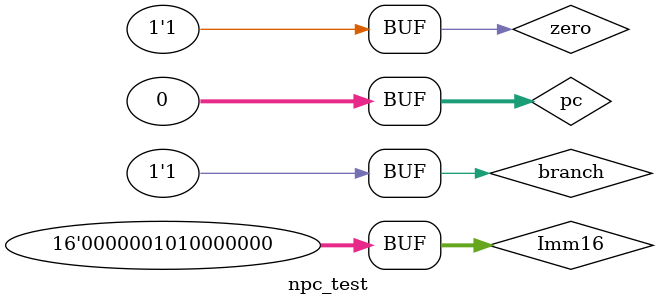
<source format=v>


module npc_test();
reg zero,branch;
wire [31:0]npc;
reg  [31:0] pc;

reg [15:0] Imm16; //???
wire [25:0]Target;
wire jump;

npc mm(zero,branch,Imm16,pc,npc,Target,jump);
initial 
 begin 
#0 zero=1'b0;
#0 branch=1'b0;
#0 pc=32'b00000000000000000000000000000000;
#0 Imm16=16'b0000001010000000;
#10 zero=1'b1;
#10 branch=1'b1;
 end
endmodule 
</source>
